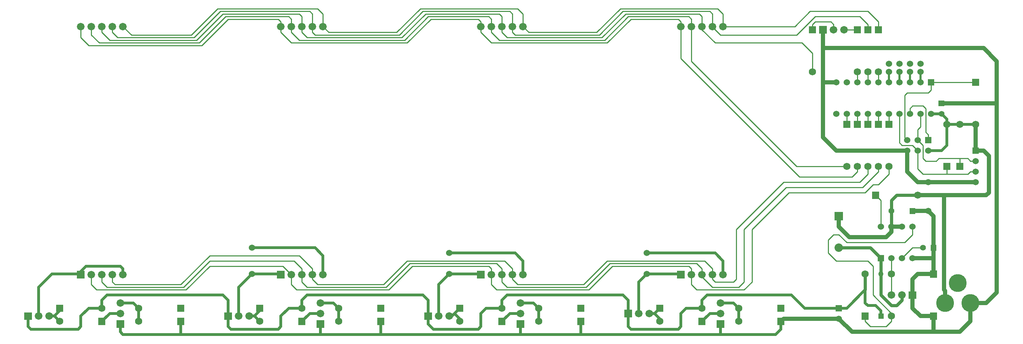
<source format=gbr>
G04 start of page 3 for group 5 idx 5 *
G04 Title: Septimus, bottom *
G04 Creator: pcb 20140316 *
G04 CreationDate: Mon Jun  9 18:26:02 2014 UTC *
G04 For: scheibler *
G04 Format: Gerber/RS-274X *
G04 PCB-Dimensions (mil): 10000.00 4000.00 *
G04 PCB-Coordinate-Origin: lower left *
%MOIN*%
%FSLAX25Y25*%
%LNBOTTOM*%
%ADD47C,0.1200*%
%ADD46C,0.0280*%
%ADD45C,0.0380*%
%ADD44C,0.0420*%
%ADD43C,0.0350*%
%ADD42C,0.1700*%
%ADD41C,0.0500*%
%ADD40C,0.0800*%
%ADD39C,0.0550*%
%ADD38C,0.0600*%
%ADD37C,0.0680*%
%ADD36C,0.0001*%
%ADD35C,0.0720*%
%ADD34C,0.0300*%
%ADD33C,0.0200*%
%ADD32C,0.0400*%
%ADD31C,0.0250*%
%ADD30C,0.0100*%
G54D30*X515000Y340600D02*Y352500D01*
X510000Y357500D01*
X520600Y335000D02*X515000Y340600D01*
X585000Y335000D02*X520600D01*
X587500Y332500D02*X507500D01*
X505000Y335000D01*
X590000Y330000D02*X500000D01*
X495000Y335000D01*
X505000Y352500D02*X502500Y355000D01*
X495000Y350000D02*X492500Y352500D01*
X505000D02*Y335000D01*
X495000Y350000D02*Y335000D01*
X592500Y327500D02*X492500D01*
X595000Y325000D02*X485000D01*
X705000Y340600D02*X760600D01*
X759400D02*X773100D01*
X702500Y332500D02*X775000D01*
X705000Y352500D02*X700000Y357500D01*
X695000Y352500D02*X692500Y355000D01*
X695000Y340000D02*X702500Y332500D01*
X705000Y340600D02*Y352500D01*
X695000Y340600D02*Y352500D01*
X685000Y340600D02*Y350000D01*
X682500Y352500D01*
X685000Y340000D02*Y337500D01*
X697500Y325000D02*X780000D01*
X700000Y357500D02*X607500D01*
X692500Y355000D02*X610000D01*
X682500Y352500D02*X612500D01*
X607500Y357500D02*X585000Y335000D01*
X610000Y355000D02*X587500Y332500D01*
X612500Y352500D02*X590000Y330000D01*
X615000Y350000D02*X592500Y327500D01*
X617500Y347500D02*X595000Y325000D01*
X675000Y347500D02*X672500Y350000D01*
X665000Y340600D02*Y345000D01*
X662500Y347500D01*
X672500Y350000D02*X615000D01*
X662500Y347500D02*X617500D01*
X685000Y337500D02*X697500Y325000D01*
X790000Y337500D02*Y340000D01*
Y337500D02*Y342500D01*
X775000Y332500D02*X792500Y350000D01*
X773100Y340600D02*X787500Y355000D01*
X852500Y345000D02*Y337500D01*
X842500Y342500D02*Y337500D01*
Y342500D02*X835000Y350000D01*
X852500Y345000D02*X842500Y355000D01*
X790000Y342500D02*X792500Y345000D01*
X807500D01*
X792500Y350000D02*X835000D01*
X787500Y355000D02*X842500D01*
X807500Y345000D02*X810000Y342500D01*
Y337500D01*
X820000D02*X830000D01*
X675000Y347500D02*Y307500D01*
X665000Y340000D02*Y310000D01*
X717500Y147500D02*X762500Y192500D01*
X725000Y147500D02*X765000Y187500D01*
X732500Y147500D02*X767500Y182500D01*
X717500Y147500D02*Y100000D01*
X725000Y97500D02*Y147500D01*
X732500Y97500D02*Y147500D01*
G54D31*X697500Y125000D02*X705000Y117500D01*
Y104400D01*
G54D30*X675000Y307500D02*X775000Y207500D01*
X665000Y310000D02*X777500Y197500D01*
X780000Y325000D02*X790000Y315000D01*
Y297500D01*
G54D32*X800000Y235000D02*X812500Y222500D01*
G54D30*X822500Y207500D02*X775000D01*
X827500Y197500D02*X777500D01*
X835000Y192500D02*X762500D01*
X840000Y182500D02*X847500Y190000D01*
X852500D01*
X837500Y187500D02*X852500Y202500D01*
Y207500D01*
X767500Y182500D02*X840000D01*
X765000Y187500D02*X837500D01*
G54D32*X800000Y235000D02*Y337500D01*
X812500Y287500D02*X800000D01*
G54D30*X832500Y297500D02*Y287500D01*
X325000Y340600D02*Y352500D01*
X320000Y357500D01*
X315000Y352500D02*X312500Y355000D01*
X305000Y350000D02*X302500Y352500D01*
X315000D02*Y335000D01*
X305000Y350000D02*Y335000D01*
X395000D02*X330600D01*
X397500Y332500D02*X317500D01*
X400000Y330000D02*X310000D01*
X295000Y340600D02*Y347500D01*
X330600Y335000D02*X325000Y340600D01*
X317500Y332500D02*X315000Y335000D01*
X310000Y330000D02*X305000Y335000D01*
X295000D02*Y340000D01*
X285000Y345000D02*Y335000D01*
X402500Y327500D02*X302500D01*
X295000Y335000D01*
Y325000D02*X285000Y335000D01*
X405000Y325000D02*X295000D01*
X420000Y355000D02*X397500Y332500D01*
X422500Y352500D02*X400000Y330000D01*
X425000Y350000D02*X402500Y327500D01*
X427500Y347500D02*X405000Y325000D01*
X417500Y357500D02*X395000Y335000D01*
X510000Y357500D02*X417500D01*
X502500Y355000D02*X420000D01*
X485000Y347500D02*X482500Y350000D01*
X475000Y345000D02*X472500Y347500D01*
X492500Y352500D02*X422500D01*
X482500Y350000D02*X425000D01*
X472500Y347500D02*X427500D01*
X492500Y327500D02*X485000Y335000D01*
Y347500D02*Y335000D01*
Y325000D02*X475000Y335000D01*
Y345000D02*Y335000D01*
X225000Y357500D02*X200000Y332500D01*
X143100D01*
X135000Y340600D01*
X227500Y355000D02*X202500Y330000D01*
X130000D01*
X205000Y327500D02*X122500D01*
X207500Y325000D02*X112500D01*
X210000Y322500D02*X102500D01*
X95000Y330000D01*
X130000D02*X125000Y335000D01*
X122500Y327500D02*X115000Y335000D01*
X112500Y325000D02*X105000Y332500D01*
X125000Y335000D02*Y340600D01*
X115000Y335000D02*Y340600D01*
X105000Y332500D02*Y340600D01*
X95000Y330000D02*Y340600D01*
X230000Y352500D02*X205000Y327500D01*
X232500Y350000D02*X207500Y325000D01*
X235000Y347500D02*X210000Y322500D01*
X320000Y357500D02*X225000D01*
X312500Y355000D02*X227500D01*
X302500Y352500D02*X230000D01*
X295000Y347500D02*X292500Y350000D01*
X232500D01*
X282500Y347500D02*X235000D01*
X285000Y345000D02*X282500Y347500D01*
X217500Y112500D02*X286900D01*
X217500Y117500D02*X297500D01*
X217500Y122500D02*X302500D01*
G54D31*X245000Y92500D02*X257500Y105000D01*
X284400D01*
X285000Y104400D01*
G54D30*X295000D02*Y95000D01*
G54D31*X255000Y65000D02*X260000D01*
X265000Y60000D01*
Y72500D02*Y70000D01*
X260000Y65000D01*
X230000Y85000D02*X120000D01*
X245000Y65000D02*Y92500D01*
G54D30*X110000Y90000D02*X195000D01*
X120000Y92500D02*X192500D01*
X195000Y90000D02*X217500Y112500D01*
X192500Y92500D02*X217500Y117500D01*
X125000Y97500D02*X127500Y95000D01*
G54D31*X132500Y112500D02*X135000Y110000D01*
Y104400D01*
G54D30*X127500Y95000D02*X190000D01*
X217500Y122500D01*
G54D31*X120000Y85000D02*X115000Y80000D01*
G54D30*X105000Y95000D02*X110000Y90000D01*
G54D31*X115000Y80000D02*Y72500D01*
X132500Y67500D02*X122500D01*
X115000Y60000D01*
X132500Y77500D02*X145000D01*
X150000Y72500D01*
Y60000D01*
X115000Y72500D02*X102500D01*
X95000Y65000D01*
Y55000D01*
X92500Y52500D01*
X94400Y105000D02*X95000Y104400D01*
G54D30*X105000D02*Y95000D01*
X115000Y104400D02*Y97500D01*
X120000Y92500D01*
X125000Y104400D02*Y97500D01*
G54D31*X95000Y104400D02*Y107500D01*
X100000Y112500D01*
X132500D01*
G54D30*X286900D02*X295000Y104400D01*
X297500Y117500D02*X305000Y110000D01*
X302500Y122500D02*X315000Y110000D01*
X305000D02*Y97500D01*
X315000Y110000D02*Y100000D01*
G54D31*X312500Y67500D02*X305000Y60000D01*
G54D30*X295000Y95000D02*X300000Y90000D01*
X305000Y97500D02*X310000Y92500D01*
X315000Y100000D02*X320000Y95000D01*
G54D31*X257500Y130000D02*X317500D01*
X325000Y122500D01*
Y104400D01*
G54D30*X410000Y112500D02*X482500D01*
X485000Y110000D01*
X407500Y115000D02*X490000D01*
X495000Y110000D01*
X405000Y117500D02*X497500D01*
X387500Y90000D02*X410000Y112500D01*
X385000Y92500D02*X407500Y115000D01*
X382500Y95000D02*X405000Y117500D01*
G54D31*X445000Y125000D02*X507500D01*
X420000Y85000D02*X310000D01*
G54D30*X300000Y90000D02*X387500D01*
X310000Y92500D02*X385000D01*
X320000Y95000D02*X382500D01*
X490000Y90000D02*X577500D01*
X510000Y95000D02*X572500D01*
G54D31*X755000Y47500D02*X135000D01*
X190000Y60000D02*Y47500D01*
X322500Y67500D02*X312500D01*
X322500Y57500D02*Y47500D01*
X380000Y60000D02*Y47500D01*
X512500Y57500D02*Y47500D01*
X570000Y60000D02*Y47500D01*
X702500Y57500D02*Y47500D01*
X322500Y77500D02*X335000D01*
X340000Y72500D01*
Y60000D01*
X92500Y52500D02*X47500D01*
X45000Y55000D01*
Y65000D01*
X65000D02*X70000D01*
X75000Y60000D01*
Y72500D02*Y70000D01*
X70000Y65000D01*
X55000D02*Y92500D01*
X67500Y105000D01*
X94400D01*
X495000Y80000D02*Y72500D01*
X480000D01*
X475000Y67500D01*
Y55000D01*
X472500Y52500D01*
X430000D01*
X425000Y57500D01*
X445000Y65000D02*X447500D01*
X455000Y72500D01*
Y60000D02*Y62500D01*
X450000Y67500D01*
X425000Y57500D02*Y80000D01*
X420000Y85000D01*
X435000Y65000D02*Y95000D01*
X445000Y105000D01*
X474400D01*
X475000Y104400D01*
X310000Y85000D02*X305000Y80000D01*
Y72500D01*
X282500Y52500D02*X237500D01*
X235000Y55000D01*
Y80000D01*
X230000Y85000D01*
X305000Y72500D02*X292500D01*
X285000Y65000D01*
Y55000D01*
X282500Y52500D01*
X135000Y47500D02*X132500Y50000D01*
Y57500D01*
G54D30*X485000Y104400D02*Y107500D01*
Y110000D02*Y95000D01*
X490000Y90000D01*
X495000Y110000D02*Y97500D01*
X500000Y92500D01*
X577500Y90000D02*X600000Y112500D01*
X500000Y92500D02*X575000D01*
X505000Y110000D02*Y100000D01*
X510000Y95000D01*
X575000Y92500D02*X597500Y115000D01*
X572500Y95000D02*X595000Y117500D01*
X600000Y112500D02*X672500D01*
X597500Y115000D02*X680000D01*
X595000Y117500D02*X687500D01*
G54D31*X632500Y105000D02*X664400D01*
G54D30*X675000Y110000D02*Y95000D01*
G54D31*X664400Y105000D02*X665000Y104400D01*
X690000Y85000D02*X685000Y80000D01*
Y72500D01*
G54D30*X675000Y95000D02*X680000Y90000D01*
G54D31*X685000Y72500D02*X670000D01*
X665000Y67500D02*Y55000D01*
X662500Y52500D02*X665000Y55000D01*
X662500Y52500D02*X617500D01*
X615000Y55000D01*
Y80000D01*
X610000Y85000D01*
X635000Y67500D02*X640000D01*
X625000D02*Y97500D01*
X632500Y105000D01*
X640000Y67500D02*X645000Y72500D01*
Y60000D02*Y62500D01*
X640000Y67500D01*
X632500Y125000D02*X697500D01*
G54D30*X672500Y112500D02*X675000Y110000D01*
X680000Y115000D02*X685000Y110000D01*
X687500Y117500D02*X695000Y110000D01*
Y100000D01*
X697500Y97500D01*
X715000D01*
X685000Y110000D02*Y102500D01*
X695000Y92500D01*
X680000Y90000D02*X725000D01*
X715000Y97500D02*X717500Y100000D01*
X695000Y92500D02*X720000D01*
X725000Y97500D01*
Y90000D02*X732500Y97500D01*
X497500Y117500D02*X505000Y110000D01*
G54D31*X610000Y85000D02*X500000D01*
X495000Y80000D01*
X512500Y67500D02*X502500D01*
X495000Y60000D01*
X512500Y77500D02*X525000D01*
X530000Y72500D01*
Y60000D01*
X507500Y125000D02*X515000Y117500D01*
Y104400D01*
G54D30*X832500Y202500D02*Y207500D01*
X827500Y197500D02*X832500Y202500D01*
X822500Y257500D02*Y247500D01*
X832500Y257500D02*Y247500D01*
X842500Y297500D02*Y287500D01*
X852500Y297500D02*Y287500D01*
X842500Y257500D02*Y247500D01*
X852500Y257500D02*Y247500D01*
X862500Y257500D02*Y247500D01*
G54D33*Y287500D02*Y297500D01*
G54D30*Y200000D02*Y207500D01*
G54D32*X945000Y222500D02*X952500D01*
X957500Y217500D01*
Y182500D01*
X955000Y180000D01*
X965000Y307500D02*Y87500D01*
X955000Y77500D01*
X940000D01*
X955000Y180000D02*X890000D01*
X942500D01*
X880000Y222500D02*Y202500D01*
X890000Y192500D01*
G54D30*Y222500D02*Y205000D01*
X895000Y215000D02*X897500Y212500D01*
X890000Y205000D02*X895000Y200000D01*
G54D32*X945000Y192500D02*X890000D01*
G54D30*X895000Y200000D02*X937500D01*
X940000Y202500D01*
X945000D01*
X917500Y207500D02*Y200000D01*
X897500Y212500D02*X907500D01*
X910000Y215000D01*
G54D31*X900000Y222500D02*X912500D01*
G54D30*X910000Y215000D02*X937500D01*
X940000Y212500D01*
X945000D01*
X930000Y207500D02*Y215000D01*
G54D32*X912500Y267500D02*X965000D01*
G54D31*X670000Y72500D02*X665000Y67500D01*
X685000Y60000D02*X692500Y67500D01*
X702500D01*
Y77500D02*X715000D01*
X720000Y72500D01*
Y60000D01*
X760000D02*Y52500D01*
X770000Y85000D02*X690000D01*
X760000Y52500D02*X755000Y47500D01*
G54D32*X815000Y62500D02*X762500D01*
X760000Y60000D01*
G54D31*X782500Y72500D02*X770000Y85000D01*
X822500Y72500D02*X782500D01*
G54D30*X875000Y120000D02*X885000Y130000D01*
X895000D01*
G54D34*X815000D02*X845000D01*
X855000Y120000D01*
G54D30*X812500Y117500D02*X805000Y125000D01*
Y137500D01*
X822500Y135000D02*X877500D01*
G54D34*X840000Y105000D02*Y90000D01*
X855000Y85000D02*Y120000D01*
G54D30*X865000D02*Y85000D01*
X847500D02*Y112500D01*
X842500Y117500D01*
X840000Y65000D02*Y60000D01*
G54D32*X827500Y50000D02*X815000Y62500D01*
G54D31*X822500Y72500D02*X840000Y90000D01*
Y77500D02*Y90000D01*
G54D30*X842500Y117500D02*X812500D01*
X840000Y60000D02*X845000Y55000D01*
G54D31*X855000Y65000D02*Y70000D01*
X850000Y75000D01*
X842500D01*
X840000Y77500D01*
G54D30*X865000Y67500D02*X847500Y85000D01*
X845000Y55000D02*X860000D01*
X865000Y60000D01*
Y67500D01*
G54D32*X905000Y65000D02*X892500D01*
X885000Y72500D01*
G54D34*X855000Y85000D02*X865000Y75000D01*
X870000D01*
X875000Y80000D01*
Y85000D02*Y80000D01*
G54D32*X827500Y50000D02*X930000D01*
X905000Y65000D02*Y50000D01*
X885000Y120000D02*X905000D01*
Y105000D02*X890000D01*
X885000Y100000D01*
Y72500D02*Y100000D01*
X940000Y77500D02*Y60000D01*
X930000Y50000D01*
X916000Y77500D02*Y89000D01*
X915000Y90000D01*
G54D30*X835000Y192500D02*X842500Y200000D01*
G54D32*X860000Y140000D02*X825000D01*
X815000Y150000D01*
Y160000D01*
G54D30*X805000Y137500D02*X810000Y142500D01*
X815000D01*
X822500Y135000D01*
X842500Y200000D02*Y207500D01*
G54D32*X880000Y222500D02*X812500D01*
G54D30*X852500Y190000D02*X862500Y200000D01*
X855000Y175000D02*Y150000D01*
G54D34*X865000Y175000D02*Y150000D01*
G54D30*X855000Y175000D02*X850000Y180000D01*
G54D34*X865000Y175000D02*X870000Y180000D01*
X890000D01*
G54D32*X905000Y160000D02*X900000Y165000D01*
X885000D01*
X875000Y150000D02*X865000D01*
Y145000D01*
X860000Y140000D01*
G54D30*X877500Y135000D02*X885000Y142500D01*
Y150000D01*
G54D32*X905000Y105000D02*Y160000D01*
X915000Y90000D02*Y180000D01*
G54D30*X902500Y280000D02*Y287500D01*
G54D33*X882500D02*Y297500D01*
X892500Y287500D02*Y297500D01*
G54D30*X880000Y277500D02*X900000D01*
X902500Y280000D01*
Y287500D02*X945000D01*
G54D32*X800000Y320000D02*X952500D01*
X965000Y307500D01*
G54D33*X872500Y287500D02*Y297500D01*
G54D31*X902500Y257500D02*X912500D01*
X917500Y252500D01*
Y247500D02*X945000D01*
G54D32*Y222500D02*Y247500D01*
G54D31*X912500Y222500D02*X917500Y227500D01*
Y252500D02*Y227500D01*
G54D30*X877500Y275000D02*X880000Y277500D01*
X882500Y262500D02*X885000Y265000D01*
X877500Y275000D02*Y235000D01*
X880000Y232500D01*
X882500Y257500D02*Y262500D01*
X885000Y265000D02*X895000D01*
X897500Y262500D01*
X892500Y257500D02*Y245000D01*
X897500Y262500D02*Y240000D01*
X872500Y257500D02*Y230000D01*
X875000Y227500D01*
X885000D01*
X890000Y222500D01*
X892500Y245000D02*X890000Y242500D01*
Y232500D01*
Y237500D01*
X897500Y240000D02*X900000Y237500D01*
Y232500D01*
X890000D02*X895000Y227500D01*
Y215000D01*
G54D35*X95000Y340600D03*
X105000D03*
G54D36*G36*
X91400Y108000D02*Y100800D01*
X98600D01*
Y108000D01*
X91400D01*
G37*
G54D35*X105000Y104400D03*
X115000D03*
X125000D03*
X135000D03*
X115000Y340600D03*
X125000D03*
X135000D03*
G54D36*G36*
X128900Y61100D02*Y53900D01*
X136100D01*
Y61100D01*
X128900D01*
G37*
G54D35*X132500Y67500D03*
Y77500D03*
G54D36*G36*
X111600Y63400D02*Y56600D01*
X118400D01*
Y63400D01*
X111600D01*
G37*
G54D37*X115000Y72500D03*
G54D36*G36*
X421400Y68600D02*Y61400D01*
X428600D01*
Y68600D01*
X421400D01*
G37*
G54D35*X435000Y65000D03*
G54D36*G36*
X376600Y63400D02*Y56600D01*
X383400D01*
Y63400D01*
X376600D01*
G37*
G36*
Y75900D02*Y69100D01*
X383400D01*
Y75900D01*
X376600D01*
G37*
G54D35*X445000Y65000D03*
G54D37*X455000Y60000D03*
G54D36*G36*
X451600Y75900D02*Y69100D01*
X458400D01*
Y75900D01*
X451600D01*
G37*
G36*
X508900Y61100D02*Y53900D01*
X516100D01*
Y61100D01*
X508900D01*
G37*
G54D37*X530000Y60000D03*
G54D36*G36*
X491600Y63400D02*Y56600D01*
X498400D01*
Y63400D01*
X491600D01*
G37*
G54D35*X512500Y67500D03*
G54D37*X530000Y72500D03*
X495000D03*
G54D35*X512500Y77500D03*
G54D36*G36*
X471400Y108000D02*Y100800D01*
X478600D01*
Y108000D01*
X471400D01*
G37*
G54D35*X485000Y104400D03*
X495000D03*
X505000D03*
X515000D03*
G54D36*G36*
X566600Y63400D02*Y56600D01*
X573400D01*
Y63400D01*
X566600D01*
G37*
G36*
Y75900D02*Y69100D01*
X573400D01*
Y75900D01*
X566600D01*
G37*
G36*
X231400Y68600D02*Y61400D01*
X238600D01*
Y68600D01*
X231400D01*
G37*
G54D35*X245000Y65000D03*
X255000D03*
G54D37*X265000Y60000D03*
G54D36*G36*
X186600Y63400D02*Y56600D01*
X193400D01*
Y63400D01*
X186600D01*
G37*
G54D37*X150000Y60000D03*
G54D35*X322500Y77500D03*
G54D36*G36*
X281400Y108000D02*Y100800D01*
X288600D01*
Y108000D01*
X281400D01*
G37*
G54D35*X295000Y104400D03*
X305000D03*
X315000D03*
X325000D03*
G54D37*X340000Y60000D03*
Y72500D03*
G54D36*G36*
X318900Y61100D02*Y53900D01*
X326100D01*
Y61100D01*
X318900D01*
G37*
G54D35*X322500Y67500D03*
G54D36*G36*
X301600Y63400D02*Y56600D01*
X308400D01*
Y63400D01*
X301600D01*
G37*
G54D37*X305000Y72500D03*
G54D36*G36*
X261600Y75900D02*Y69100D01*
X268400D01*
Y75900D01*
X261600D01*
G37*
G36*
X186600D02*Y69100D01*
X193400D01*
Y75900D01*
X186600D01*
G37*
G54D37*X150000Y72500D03*
G54D36*G36*
X41400Y68600D02*Y61400D01*
X48600D01*
Y68600D01*
X41400D01*
G37*
G54D35*X55000Y65000D03*
X65000D03*
G54D37*X75000Y60000D03*
G54D36*G36*
X71600Y75900D02*Y69100D01*
X78400D01*
Y75900D01*
X71600D01*
G37*
G54D35*X285000Y340600D03*
X295000D03*
X305000D03*
X315000D03*
X325000D03*
X475000D03*
X485000D03*
X495000D03*
X505000D03*
X515000D03*
G54D36*G36*
X942000Y225500D02*Y219500D01*
X948000D01*
Y225500D01*
X942000D01*
G37*
G54D38*X945000Y212500D03*
Y202500D03*
Y192500D03*
G54D36*G36*
X926600Y210900D02*Y204100D01*
X933400D01*
Y210900D01*
X926600D01*
G37*
G54D37*X930000Y247500D03*
X917500D03*
X945000D03*
G54D36*G36*
X909750Y270250D02*Y264750D01*
X915250D01*
Y270250D01*
X909750D01*
G37*
G54D39*X912500Y257500D03*
G54D36*G36*
X914100Y210900D02*Y204100D01*
X920900D01*
Y210900D01*
X914100D01*
G37*
G36*
X941600Y290900D02*Y284100D01*
X948400D01*
Y290900D01*
X941600D01*
G37*
G36*
X899500Y290500D02*Y284500D01*
X905500D01*
Y290500D01*
X899500D01*
G37*
G54D38*X892500Y287500D03*
X882500D03*
X872500D03*
X862500D03*
X852500D03*
X842500D03*
X832500D03*
X822500D03*
G54D36*G36*
X859100Y250900D02*Y244100D01*
X865900D01*
Y250900D01*
X859100D01*
G37*
G36*
X849100D02*Y244100D01*
X855900D01*
Y250900D01*
X849100D01*
G37*
G36*
X839100D02*Y244100D01*
X845900D01*
Y250900D01*
X839100D01*
G37*
G54D38*X842500Y257500D03*
X852500D03*
G54D37*Y207500D03*
X842500D03*
X832500D03*
X822500D03*
G54D36*G36*
X829100Y250900D02*Y244100D01*
X835900D01*
Y250900D01*
X829100D01*
G37*
G36*
X819100D02*Y244100D01*
X825900D01*
Y250900D01*
X819100D01*
G37*
G54D38*X822500Y257500D03*
X832500D03*
G54D37*X862500Y207500D03*
G54D38*Y257500D03*
X872500D03*
X882500D03*
X892500D03*
X902500D03*
G54D36*G36*
X897000Y235500D02*Y229500D01*
X903000D01*
Y235500D01*
X897000D01*
G37*
G54D38*X900000Y222500D03*
X890000Y232500D03*
Y222500D03*
X880000D03*
Y232500D03*
G54D35*X665000Y340600D03*
X675000D03*
X685000D03*
X695000D03*
X705000D03*
G54D36*G36*
X796400Y341100D02*Y333900D01*
X803600D01*
Y341100D01*
X796400D01*
G37*
G54D35*X810000Y337500D03*
G54D36*G36*
X786600Y340900D02*Y334100D01*
X793400D01*
Y340900D01*
X786600D01*
G37*
G36*
X661400Y108000D02*Y100800D01*
X668600D01*
Y108000D01*
X661400D01*
G37*
G54D37*X645000Y60000D03*
G54D36*G36*
X641600Y75900D02*Y69100D01*
X648400D01*
Y75900D01*
X641600D01*
G37*
G36*
X611400Y71100D02*Y63900D01*
X618600D01*
Y71100D01*
X611400D01*
G37*
G54D35*X625000Y67500D03*
X635000D03*
X675000Y104400D03*
X685000D03*
G54D36*G36*
X681600Y63400D02*Y56600D01*
X688400D01*
Y63400D01*
X681600D01*
G37*
G54D37*X685000Y72500D03*
G54D35*X695000Y104400D03*
X705000D03*
G54D36*G36*
X756600Y75900D02*Y69100D01*
X763400D01*
Y75900D01*
X756600D01*
G37*
G54D35*X702500Y77500D03*
G54D36*G36*
X756600Y63400D02*Y56600D01*
X763400D01*
Y63400D01*
X756600D01*
G37*
G54D37*X720000Y60000D03*
Y72500D03*
G54D36*G36*
X698900Y61100D02*Y53900D01*
X706100D01*
Y61100D01*
X698900D01*
G37*
G54D35*X702500Y67500D03*
G54D36*G36*
X812000Y75500D02*Y69500D01*
X818000D01*
Y75500D01*
X812000D01*
G37*
G54D38*X815000Y62500D03*
G54D36*G36*
X839100Y340900D02*Y334100D01*
X845900D01*
Y340900D01*
X839100D01*
G37*
G36*
X849100D02*Y334100D01*
X855900D01*
Y340900D01*
X849100D01*
G37*
G54D37*X842500Y297500D03*
X852500D03*
G54D38*X812500Y287500D03*
G54D37*X832500Y297500D03*
G54D38*X812500Y257500D03*
G54D35*X820000Y337500D03*
G54D37*X790000Y297500D03*
G54D36*G36*
X829100Y340900D02*Y334100D01*
X835900D01*
Y340900D01*
X829100D01*
G37*
G36*
X846600Y183400D02*Y176600D01*
X853400D01*
Y183400D01*
X846600D01*
G37*
G36*
X852000Y123000D02*Y117000D01*
X858000D01*
Y123000D01*
X852000D01*
G37*
G54D38*X855000Y150000D03*
G54D36*G36*
X811000Y164000D02*Y156000D01*
X819000D01*
Y164000D01*
X811000D01*
G37*
G54D40*X815000Y130000D03*
G54D36*G36*
X901600Y108400D02*Y101600D01*
X908400D01*
Y108400D01*
X901600D01*
G37*
G36*
Y68400D02*Y61600D01*
X908400D01*
Y68400D01*
X901600D01*
G37*
G36*
X881400Y88600D02*Y81400D01*
X888600D01*
Y88600D01*
X881400D01*
G37*
G54D35*X875000Y85000D03*
X865000D03*
G54D37*Y105000D03*
Y65000D03*
G54D36*G36*
X836600Y68400D02*Y61600D01*
X843400D01*
Y68400D01*
X836600D01*
G37*
G54D37*X840000Y105000D03*
G54D36*G36*
X852500Y67500D02*Y62500D01*
X857500D01*
Y67500D01*
X852500D01*
G37*
G54D41*X855000Y105000D03*
G54D42*X928000Y96500D03*
X940000Y77500D03*
X916000D03*
G54D39*X865000Y165000D03*
G54D38*Y120000D03*
X875000D03*
Y150000D03*
X865000D03*
G54D37*X890000Y180000D03*
G54D36*G36*
X882250Y167750D02*Y162250D01*
X887750D01*
Y167750D01*
X882250D01*
G37*
G36*
X902250Y132750D02*Y127250D01*
X907750D01*
Y132750D01*
X902250D01*
G37*
G54D39*X895000Y130000D03*
G54D38*X885000Y120000D03*
Y150000D03*
X900000Y165000D03*
X862500Y297500D03*
X872500D03*
Y305000D03*
X862500D03*
X882500Y297500D03*
X892500D03*
Y305000D03*
X882500D03*
X900000Y192500D03*
X257500Y105000D03*
Y130000D03*
X445000Y105000D03*
X632500D03*
X445000Y125000D03*
X632500D03*
G54D43*G54D44*G54D45*G54D44*G54D45*G54D44*G54D45*G54D44*G54D45*G54D44*G54D45*G54D44*G54D45*G54D44*G54D45*G54D44*G54D45*G54D44*G54D45*G54D44*G54D45*G54D44*G54D45*G54D34*G54D45*G54D46*G54D45*G54D46*G54D45*G54D46*G54D45*G54D46*G54D45*G54D44*G54D45*G54D44*G54D45*G54D44*G54D45*G54D44*G54D45*G54D44*G54D45*G54D44*G54D34*G54D45*G54D46*G54D45*G54D46*G54D44*G54D45*G54D46*G54D41*G54D45*G54D44*G54D45*G54D33*G54D47*G54D34*G54D46*G54D45*G54D34*G54D46*M02*

</source>
